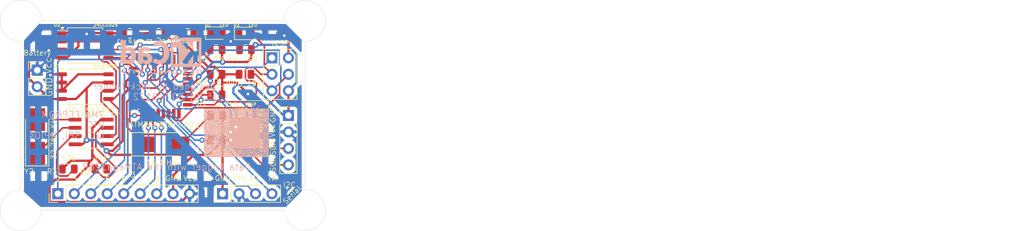
<source format=kicad_pcb>
(kicad_pcb (version 20240108) (generator "pcbnew") (generator_version "8.0")
  (title_block (title "${Project_Name}") (date "2024-12-30") (rev "1") (comment 1 "2-Layer PCB Version") (comment 2 "Jack Tanner"))
  (layers (0 "F.Cu" mixed) (31 "B.Cu" mixed) (34 "B.Paste" user) (35 "F.Paste" user) (36 "B.SilkS" user "B.Silkscreen") (37 "F.SilkS" user "F.Silkscreen") (38 "B.Mask" user) (39 "F.Mask" user) (44 "Edge.Cuts" user))
  (property "Project_Name" "MCU Datalogger with Memory and Clock")
  (property "Project_Name2" "Breadboard Power Supply")
  (net 0 "")
  (net 1 "GND")
  (net 2 "/Vcc")
  (net 3 "Net-(U4-PB7)")
  (net 4 "Net-(U4-PB6)")
  (net 5 "Net-(U4-AREF)")
  (net 6 "Net-(D1-K)")
  (net 7 "/SCK")
  (net 8 "Net-(D2-K)")
  (net 9 "/SDA")
  (net 10 "/TX")
  (net 11 "/RX")
  (net 12 "/D2")
  (net 13 "/D8")
  (net 14 "/D6")
  (net 15 "/D5")
  (net 16 "/D4")
  (net 17 "/D7")
  (net 18 "/D3")
  (net 19 "/MOSI")
  (net 20 "/RESET")
  (net 21 "/MISO")
  (net 22 "Net-(U3-SQW{slash}~INT)")
  (net 23 "Net-(U3-~{INTA})")
  (net 24 "Net-(U3-X1)")
  (net 25 "Net-(U3-X2)")
  (net 35 "/SCL")
  (footprint "MountingHole:MountingHole_2.1mm" (layer "F.Cu") (at 62.07 116.18)
    (property "Reference" "H3" (hide yes))
    (property "Value" "MountingHole" (hide yes))
  )
  (footprint "MountingHole:MountingHole_2.1mm" (layer "F.Cu") (at 105.885 86.97)
    (property "Reference" "H1" (hide yes))
    (property "Value" "MountingHole" (hide yes))
  )
  (footprint "Connector_PinHeader_2.54mm:PinHeader_1x04_P2.54mm_Vertical" (layer "F.Cu") (at 93.185 113.64 90)
    (property "Reference" "J2" (hide yes))
    (property "Value" "Conn_01x04_Pin" (hide yes))
  )
  (footprint "Capacitor_SMD:C_0805_2012Metric" (layer "F.Cu") (at 92.235 101.575 180)
    (property "Reference" "C2")
    (property "Value" "22pF")
  )
  (footprint "Package_SO:SOIC-8_5.23x5.23mm_P1.27mm" (layer "F.Cu") (at 71.99 97.13)
    (property "Reference" "U1")
    (property "Value" "24LC1025")
  )
  (footprint "Connector_PinHeader_2.54mm:PinHeader_2x03_P2.54mm_Vertical" (layer "F.Cu") (at 100.805 92.685)
    (property "Reference" "J4" (hide yes))
    (property "Value" "Conn_02x03_Odd_Even" (hide yes))
  )
  (footprint "Connector_PinHeader_2.54mm:PinHeader_1x02_P2.54mm_Vertical" (layer "F.Cu") (at 64.61 94.59)
    (property "Reference" "BT1" (hide yes))
    (property "Value" "Battery")
  )
  (footprint "Connector_PinHeader_2.54mm:PinHeader_1x04_P2.54mm_Vertical" (layer "F.Cu") (at 103.345 101.575)
    (property "Reference" "J1" (hide yes))
    (property "Value" "Conn_01x04_Pin" (hide yes))
  )
  (footprint "Resistor_SMD:R_0805_2012Metric" (layer "F.Cu") (at 92.1925 91.415)
    (property "Reference" "R5")
    (property "Value" "330")
  )
  (footprint "Package_SO:SOIC-8_5.23x5.23mm_P1.27mm" (layer "F.Cu") (at 71.99 90.78)
    (property "Reference" "U2")
    (property "Value" "24LC1025")
  )
  (footprint "Capacitor_SMD:C_0805_2012Metric" (layer "F.Cu") (at 92.235 105.385 180)
    (property "Reference" "C4")
    (property "Value" "0.1uF")
  )
  (footprint "Resistor_SMD:R_0805_2012Metric" (layer "F.Cu") (at 69.4125 109.83)
    (property "Reference" "R3")
    (property "Value" "10k")
  )
  (footprint "Connector_PinHeader_2.54mm:PinHeader_1x09_P2.54mm_Vertical" (layer "F.Cu") (at 67.785 113.64 90)
    (property "Reference" "J3")
    (property "Value" "Conn_01x09_Pin" (hide yes))
  )
  (footprint "Crystal:Crystal_SMD_5032-2Pin_5.0x3.2mm_HandSoldering" (layer "F.Cu") (at 64.61 104.81 90)
    (property "Reference" "Y2")
    (property "Value" "32.768 KHz")
  )
  (footprint "Capacitor_SMD:C_0805_2012Metric" (layer "F.Cu") (at 78.895 88.9)
    (property "Reference" "C1")
    (property "Value" "0.1uF")
  )
  (footprint "Resistor_SMD:R_0805_2012Metric" (layer "F.Cu") (at 74.4125 109.83 180)
    (property "Reference" "R2")
    (property "Value" "10k")
  )
  (footprint "Resistor_SMD:R_0805_2012Metric" (layer "F.Cu") (at 92.1925 98.4)
    (property "Reference" "R7")
    (property "Value" "4.7k")
  )
  (footprint "MountingHole:MountingHole_2.1mm" (layer "F.Cu") (at 105.885 116.18)
    (property "Reference" "H4" (hide yes))
    (property "Value" "MountingHole" (hide yes))
  )
  (footprint "Resistor_SMD:R_0805_2012Metric" (layer "F.Cu") (at 92.21 95.225 180)
    (property "Reference" "R1")
    (property "Value" "4.7k")
  )
  (footprint "Resistor_SMD:R_0805_2012Metric" (layer "F.Cu") (at 96.7175 91.415)
    (property "Reference" "R4")
    (property "Value" "330")
  )
  (footprint "MountingHole:MountingHole_2.1mm" (layer "F.Cu") (at 62.07 86.97)
    (property "Reference" "H2" (hide yes))
    (property "Value" "MountingHole" (hide yes))
  )
  (footprint "Resistor_SMD:R_0805_2012Metric" (layer "F.Cu") (at 96.6425 95.225)
    (property "Reference" "R6")
    (property "Value" "10k")
  )
  (footprint "Capacitor_SMD:C_0805_2012Metric" (layer "F.Cu") (at 87.785 88.9)
    (property "Reference" "C6")
    (property "Value" "100nF")
  )
  (footprint "Footprints:SOIC127P600X175-8N" (layer "F.Cu") (at 72.93 104.115)
    (property "Reference" "U3")
    (property "Value" "DS1337S_")
  )
  (footprint "LED_SMD:LED_0805_2012Metric" (layer "F.Cu") (at 92.2475 88.875)
    (property "Reference" "D1")
    (property "Value" "LED")
  )
  (footprint "Footprints:QFP80P900X900X120-32N" (layer "F.Cu") (at 83.66 97.13)
    (property "Reference" "U4" (hide yes))
    (property "Value" "ATMEGA328P-AU")
  )
  (footprint "Capacitor_SMD:C_0805_2012Metric" (layer "F.Cu") (at 83.34 88.9)
    (property "Reference" "C3")
    (property "Value" "22pF")
  )
  (footprint "Crystal:Crystal_SMD_5032-2Pin_5.0x3.2mm_HandSoldering" (layer "F.Cu") (at 83.72 106.02)
    (property "Reference" "Y1" (hide yes))
    (property "Value" "16 MHz")
  )
  (footprint "LED_SMD:LED_0805_2012Metric" (layer "F.Cu") (at 96.6925 88.9258)
    (property "Reference" "D2")
    (property "Value" "LED")
  )
  (footprint "Jacks Library 2:PCBImage" (layer "B.Cu") (at 95.344 104.242 180)
    (property "Reference" "G***")
    (property "Value" "LOGO" (hide yes))
  )
  (footprint "Symbol:KiCad-Logo2_5mm_SilkScreen" (layer "B.Cu") (at 83.66 92.177 180)
    (property "Reference" "REF**" (hide yes))
    (property "Value" "KiCad-Logo2_5mm_SilkScreen" (hide yes))
  )
  (gr_rect (start 95.09 99.289) (end 100.297 103.099) (stroke (width 0.1)) (fill none) (layer "F.SilkS"))
  (gr_line (start 105.885 113.005) (end 105.885 90.145) (stroke (width 0.05)) (layer "Edge.Cuts"))
  (gr_arc (start 62.07 90.145) (mid 59.824936 84.724936) (end 65.245 86.97) (stroke (width 0.05)) (layer "Edge.Cuts"))
  (gr_line (start 65.245 116.18) (end 102.71 116.18) (stroke (width 0.05)) (layer "Edge.Cuts"))
  (gr_arc (start 105.885 113.005) (mid 108.130064 118.425064) (end 102.71 116.18) (stroke (width 0.05)) (layer "Edge.Cuts"))
  (gr_arc (start 65.245 116.18) (mid 59.824936 118.425064) (end 62.07 113.005) (stroke (width 0.05)) (layer "Edge.Cuts"))
  (gr_line (start 102.71 86.97) (end 65.245 86.97) (stroke (width 0.05)) (layer "Edge.Cuts"))
  (gr_line (start 62.07 90.145) (end 62.07 113.005) (stroke (width 0.05)) (layer "Edge.Cuts"))
  (gr_arc (start 102.71 86.97) (mid 108.130064 84.724936) (end 105.885 90.145) (stroke (width 0.05)) (layer "Edge.Cuts"))
  (gr_text "Data Logger with the ATMega328P" (at 97.63 110.084 0) (layer "B.SilkS") (effects (font (size 1 1) (thickness 0.1)) (justify left bottom mirror)))
  (gr_text "Designed by Jack Tanner\n(520) 307-5172" (at 92.296 99.289 0) (layer "B.SilkS") (effects (font (size 1 1) (thickness 0.1)) (justify left bottom mirror)))
  (gr_text "- 2Mb EEPROM\n- RTC\n- I2C, SPI, GPIOs" (at 77.056 105.258 0) (layer "B.SilkS") (effects (font (size 1 1) (thickness 0.1)) (justify left bottom mirror)))
  (gr_text "2" (at 67.404 111.862 0) (layer "F.SilkS") (effects (font (size 0.8 0.8) (thickness 0.1)) (justify left bottom)))
  (gr_text "GND" (at 91.915 111.735 0) (layer "F.SilkS") (effects (font (size 0.8 0.8) (thickness 0.1)) (justify left bottom)))
  (gr_text "SCK" (at 101.44 110.338 90) (layer "F.SilkS") (effects (font (size 0.8 0.8) (thickness 0.1)) (justify left bottom)))
  (gr_text "Vcc" (at 87.089 111.735 0) (layer "F.SilkS") (effects (font (size 0.8 0.8) (thickness 0.1)) (justify left bottom)))
  (gr_text "4" (at 72.357 111.862 0) (layer "F.SilkS") (effects (font (size 0.8 0.8) (thickness 0.1)) (justify left bottom)))
  (gr_text "Vcc" (at 101.313 105.004 90) (layer "F.SilkS") (effects (font (size 0.8 0.8) (thickness 0.1)) (justify left bottom)))
  (gr_text "Serial" (at 102.964 115.418 45) (layer "F.SilkS") (effects (font (size 0.8 0.8) (thickness 0.1)) (justify left bottom)))
  (gr_text "ICSP" (at 100.678 90.907 0) (layer "F.SilkS") (effects (font (size 0.8 0.8) (thickness 0.1)) (justify left bottom)))
  (gr_text "GND" (at 67.023 98.781 90) (layer "F.SilkS") (effects (font (size 1 1) (thickness 0.1)) (justify left bottom)))
  (gr_text "TX" (at 100.043 111.735 0) (layer "F.SilkS") (effects (font (size 0.8 0.8) (thickness 0.1)) (justify left bottom)))
  (gr_text "7" (at 80.104 111.862 0) (layer "F.SilkS") (effects (font (size 0.8 0.8) (thickness 0.1)) (justify left bottom)))
  (gr_text "I2C" (at 102.456 112.751 0) (layer "F.SilkS") (effects (font (size 0.8 0.8) (thickness 0.1)) (justify left bottom)))
  (gr_text "Vcc" (at 66.896 95.225 90) (layer "F.SilkS") (effects (font (size 1 1) (thickness 0.1)) (justify left bottom)))
  (gr_text "RX" (at 97.376 111.735 0) (layer "F.SilkS") (effects (font (size 0.8 0.8) (thickness 0.1)) (justify left bottom)))
  (gr_text "Vcc" (at 94.709 111.608 0) (layer "F.SilkS") (effects (font (size 0.8 0.8) (thickness 0.1)) (justify left bottom)))
  (gr_text "MISO | Vcc\nSCK  | MOSI\nRESET| GND" (at 95.217 102.591 0) (layer "F.SilkS") (effects (font (size 0.5 0.5) (thickness 0.1)) (justify left bottom)))
  (gr_text "GND" (at 101.44 102.718 90) (layer "F.SilkS") (effects (font (size 0.8 0.8) (thickness 0.1)) (justify left bottom)))
  (gr_text "SDA" (at 101.44 107.798 90) (layer "F.SilkS") (effects (font (size 0.8 0.8) (thickness 0.1)) (justify left bottom)))
  (gr_text "GND" (at 84.295 111.735 0) (layer "F.SilkS") (effects (font (size 0.8 0.8) (thickness 0.1)) (justify left bottom)))
  (gr_text "ICSP" (at 96.614 100.178 0) (layer "F.SilkS") (effects (font (size 0.5 0.5) (thickness 0.1)) (justify left bottom)))
  (gr_text "8" (at 82.644 111.862 0) (layer "F.SilkS") (effects (font (size 0.8 0.8) (thickness 0.1)) (justify left bottom)))
  (gr_text "3\n" (at 69.944 111.862 0) (layer "F.SilkS") (effects (font (size 0.8 0.8) (thickness 0.1)) (justify left bottom)))
  (gr_text "5" (at 75.024 111.862 0) (layer "F.SilkS") (effects (font (size 0.8 0.8) (thickness 0.1)) (justify left bottom)))
  (gr_text "6" (at 77.564 111.862 0) (layer "F.SilkS") (effects (font (size 0.8 0.8) (thickness 0.1)) (justify left bottom)))
  (segment (start 93.185 93.32) (end 91.510978 93.32) (width 0.35) (layer "F.Cu") (net 1))
  (segment (start 70.579 99.035) (end 68.39 99.035) (width 0.35) (layer "F.Cu") (net 1))
  (segment (start 93.185 113.64) (end 93.185 105.385) (width 0.35) (layer "F.Cu") (net 1))
  (segment (start 72.23 105.385) (end 72.23 97.384) (width 0.35) (layer "F.Cu") (net 1))
  (segment (start 89.375 89.54) (end 89.375 90.145) (width 0.35) (layer "F.Cu") (net 1))
  (segment (start 96.995 93.32) (end 97.63 92.685) (width 0.35) (layer "F.Cu") (net 1))
  (segment (start 85.565 110.82) (end 88.74 107.645) (width 0.35) (layer "F.Cu") (net 1))
  (segment (start 66.515 99.035) (end 68.39 99.035) (width 0.35) (layer "F.Cu") (net 1))
  (segment (start 98.273274 90.685) (end 98.273274 90.771726) (width 0.35) (layer "F.Cu") (net 1))
  (segment (start 75.289519 107.024481) (end 75.910038 107.645) (width 0.35) (layer "F.Cu") (net 1))
  (segment (start 78.326 96.321328) (end 78.326 97.138672) (width 0.35) (layer "F.Cu") (net 1))
  (segment (start 63.335 93.315) (end 63.965 92.685) (width 0.35) (layer "F.Cu") (net 1))
  (segment (start 91.510978 93.32) (end 89.375 91.184022) (width 0.35) (layer "F.Cu") (net 1))
  (segment (start 87.83 96.73) (end 88.602672 96.73) (width 0.35) (layer "F.Cu") (net 1))
  (segment (start 98.273274 90.771726) (end 97.63 91.415) (width 0.35) (layer "F.Cu") (net 1))
  (segment (start 72.23 97.384) (end 70.579 99.035) (width 0.35) (layer "F.Cu") (net 1))
  (segment (start 68.39 92.685) (end 69.189999 92.685) (width 0.35) (layer "F.Cu") (net 1))
  (segment (start 64.61 97.13) (end 63.335 95.855) (width 0.35) (layer "F.Cu") (net 1))
  (segment (start 93.105 93.24) (end 93.185 93.32) (width 0.35) (layer "F.Cu") (net 1))
  (segment (start 89.375 91.184022) (end 89.375 90.145) (width 0.35) (layer "F.Cu") (net 1))
  (segment (start 78.717328 97.53) (end 77.765 98.482328) (width 0.35) (layer "F.Cu") (net 1))
  (segment (start 75.59 90.145) (end 78.6 90.145) (width 0.35) (layer "F.Cu") (net 1))
  (segment (start 63.335 95.855) (end 63.335 93.315) (width 0.35) (layer "F.Cu") (net 1))
  (segment (start 85.565 113.64) (end 85.565 110.82) (width 0.35) (layer "F.Cu") (net 1))
  (segment (start 97.63 91.415) (end 97.63 92.685) (width 0.35) (layer "F.Cu") (net 1))
  (segment (start 93.105 91.415) (end 93.105 93.24) (width 0.35) (layer "F.Cu") (net 1))
  (segment (start 93.185 101.575) (end 93.185 105.385) (width 0.35) (layer "F.Cu") (net 1))
  (segment (start 93.185 93.32) (end 96.995 93.32) (width 0.35) (layer "F.Cu") (net 1))
  (segment (start 75.59 96.495) (end 73.119 96.495) (width 0.35) (layer "F.Cu") (net 1))
  (segment (start 90.925 107.645) (end 93.185 105.385) (width 0.35) (layer "F.Cu") (net 1))
  (segment (start 88.602672 96.73) (end 89.502 95.830672) (width 0.35) (layer "F.Cu") (net 1))
  (segment (start 70.96 90.914999) (end 70.96 90.145) (width 0.35) (layer "F.Cu") (net 1))
  (segment (start 89.502 95.830672) (end 89.502 95.606) (width 0.35) (layer "F.Cu") (net 1))
  (segment (start 68.39 90.145) (end 70.96 90.145) (width 0.35) (layer "F.Cu") (net 1))
  (segment (start 70.455 106.02) (end 71.595 106.02) (width 0.35) (layer "F.Cu") (net 1))
  (segment (start 103.345 97.765) (end 103.345 101.575) (width 0.35) (layer "F.Cu") (net 1))
  (segment (start 77.765 105.499884) (end 76.240403 107.024481) (width 0.35) (layer "F.Cu") (net 1))
  (segment (start 69.189999 92.685) (end 70.96 90.914999) (width 0.35) (layer "F.Cu") (net 1))
  (segment (start 75.910038 107.645) (end 88.74 107.645) (width 0.35) (layer "F.Cu") (net 1))
  (segment (start 63.965 92.685) (end 68.39 92.685) (width 0.35) (layer "F.Cu") (net 1))
  (segment (start 64.61 97.13) (end 66.515 99.035) (width 0.35) (layer "F.Cu") (net 1))
  (segment (start 78.326 97.138672) (end 78.717328 97.53) (width 0.35) (layer "F.Cu") (net 1))
  (segment (start 70.96 90.145) (end 75.59 90.145) (width 0.35) (layer "F.Cu") (net 1))
  (segment (start 79.845 88.9) (end 82.39 88.9) (width 0.35) (layer "F.Cu") (net 1))
  (segment (start 78.6 90.145) (end 79.845 88.9) (width 0.35) (layer "F.Cu") (net 1))
  (segment (start 78.717328 95.93) (end 78.326 96.321328) (width 0.35) (layer "F.Cu") (net 1))
  (segment (start 88.74 107.645) (end 90.925 107.645) (width 0.35) (layer "F.Cu") (net 1))
  (segment (start 93.185 105.385) (end 94.455 105.385) (width 0.35) (layer "F.Cu") (net 1))
  (segment (start 79.49 95.93) (end 78.717328 95.93) (width 0.35) (layer "F.Cu") (net 1))
  (segment (start 78.717328 97.53) (end 79.49 97.53) (width 0.35) (layer "F.Cu") (net 1))
  (segment (start 76.240403 107.024481) (end 75.289519 107.024481) (width 0.35) (layer "F.Cu") (net 1))
  (segment (start 71.595 106.02) (end 72.23 105.385) (width 0.35) (layer "F.Cu") (net 1))
  (segment (start 88.735 88.9) (end 89.375 89.54) (width 0.35) (layer "F.Cu") (net 1))
  (segment (start 73.119 96.495) (end 72.23 97.384) (width 0.35) (layer "F.Cu") (net 1))
  (segment (start 77.765 98.482328) (end 77.765 105.499884) (width 0.35) (layer "F.Cu") (net 1))
  (via (at 89.502 95.606) (size 0.9) (drill 0.4) (layers "F.Cu" "B.Cu") (net 1))
  (via (at 98.273274 90.685) (size 0.9) (drill 0.4) (layers "F.Cu" "B.Cu") (net 1))
  (via (at 94.455 105.385) (size 0.9) (drill 0.4) (layers "F.Cu" "B.Cu") (net 1))
  (via (at 93.185 93.32) (size 0.9) (drill 0.4) (layers "F.Cu" "B.Cu") (net 1))
  (via (at 72.23 105.385) (size 0.9) (drill 0.4) (layers "F.Cu" "B.Cu") (net 1))
  (via (at 75.289519 107.024481) (size 0.9) (drill 0.4) (layers "F.Cu" "B.Cu") (net 1))
  (segment (start 104.62 96.49) (end 104.62 92.156877) (width 0.35) (layer "B.Cu") (net 1))
  (segment (start 104.62 92.156877) (end 103.148123 90.685) (width 0.35) (layer "B.Cu") (net 1))
  (segment (start 97.898 96.89) (end 102.583 101.575) (width 0.35) (layer "B.Cu") (net 1))
  (segment (start 103.345 97.765) (end 104.62 96.49) (width 0.35) (layer "B.Cu") (net 1))
  (segment (start 73.627 105.385) (end 72.23 105.385) (width 0.35) (layer "B.Cu") (net 1))
  (segment (start 75.278 107.036) (end 73.627 105.385) (width 0.35) (layer "B.Cu") (net 1))
  (segment (start 91.788 93.32) (end 93.185 93.32) (width 0.35) (layer "B.Cu") (net 1))
  (segment (start 102.583 101.575) (end 103.345 101.575) (width 0.35) (layer "B.Cu") (net 1))
  (segment (start 96.995 102.845) (end 96.995 100.272437) (width 0.35) (layer "B.Cu") (net 1))
  (segment (start 95.362563 96.89) (end 97.898 96.89) (width 0.35) (layer "B.Cu") (net 1))
  (segment (start 94.85 97.402563) (end 95.362563 96.89) (width 0.35) (layer "B.Cu") (net 1))
  (segment (start 94.85 98.127437) (end 94.85 97.402563) (width 0.35) (layer "B.Cu") (net 1))
  (segment (start 96.995 100.272437) (end 94.85 98.127437) (width 0.35) (layer "B.Cu") (net 1))
  (segment (start 94.455 105.385) (end 96.995 102.845) (width 0.35) (layer "B.Cu") (net 1))
  (segment (start 75.289519 107.024481) (end 75.278 107.036) (width 0.35) (layer "B.Cu") (net 1))
  (segment (start 103.148123 90.685) (end 98.273274 90.685) (width 0.35) (layer "B.Cu") (net 1))
  (segment (start 89.502 95.606) (end 91.788 93.32) (width 0.35) (layer "B.Cu") (net 1))
  (segment (start 75.43 88.9) (end 77.945 88.9) (width 0.35) (layer "F.Cu") (net 2))
  (segment (start 73.105 106.784508) (end 73.105 103.525) (width 0.35) (layer "F.Cu") (net 2))
  (segment (start 86.835 99.035) (end 87.925 99.035) (width 0.35) (layer "F.Cu") (net 2))
  (segment (start 95.73 95.225) (end 93.1225 95.225) (width 0.35) (layer "F.Cu") (net 2))
  (segment (start 68.39 95.225) (end 66.769 95.225) (width 0.35) (layer "F.Cu") (net 2))
  (segment (start 68.39 95.225) (end 68.39 96.495) (width 0.35) (layer "F.Cu") (net 2))
  (segment (start 73.105 108.32) (end 73.105 106.784508) (width 0.35) (layer "F.Cu") (net 2))
  (segment (start 66.51 112.375) (end 67.43 111.455) (width 0.35) (layer "F.Cu") (net 2))
  (segment (start 67.590001 88.875) (end 67.165 89.300001) (width 0.35) (layer "F.Cu") (net 2))
  (segment (start 93.1225 98.3825) (end 93.105 98.4) (width 0.35) (layer "F.Cu") (net 2))
  (segment (start 93.1225 95.225) (end 91.970052 94.072552) (width 0.35) (layer "F.Cu") (net 2))
  (segment (start 72.103 88.875) (end 72.23 89.002) (width 0.35) (layer "F.Cu") (net 2))
  (segment (start 92.042 87.732) (end 88.003 87.732) (width 0.35) (layer "F.Cu") (net 2))
  (segment (start 68.39 96.495) (end 68.39 97.735) (width 0.35) (layer "F.Cu") (net 2))
  (segment (start 75.59 88.875) (end 75.405 88.875) (width 0.35) (layer "F.Cu") (net 2))
  (segment (start 75.405 88.875) (end 75.43 88.9) (width 0.35) (layer "F.Cu") (net 2))
  (segment (start 73.105 107.61) (end 73.105 106.784508) (width 0.35) (layer "F.Cu") (net 2))
  (segment (start 68.39 88.875) (end 72.103 88.875) (width 0.35) (layer "F.Cu") (net 2))
  (segment (start 75.59 88.875) (end 72.357 88.875) (width 0.35) (layer "F.Cu") (net 2))
  (segment (start 87.925 99.035) (end 87.83 99.13) (width 0.25) (layer "F.Cu") (net 2))
  (segment (start 88.003 87.732) (end 86.835 88.9) (width 0.35) (layer "F.Cu") (net 2))
  (segment (start 87.83 99.13) (end 88.645 99.13) (width 0.25) (layer "F.Cu") (net 2))
  (segment (start 75.325 109.83) (end 73.105 107.61) (width 0.35) (layer "F.Cu") (net 2))
  (segment (start 88.105 113.64) (end 86.83 114.915) (width 0.35) (layer "F.Cu") (net 2))
  (segment (start 86.835 99.035) (end 86.2 98.4) (width 0.35) (layer "F.Cu") (net 2))
  (segment (start 73.105 108.32) (end 72.865 108.56) (width 0.35) (layer "F.Cu") (net 2))
  (segment (start 72.5625 108.8625) (end 72.865 108.56) (width 0.35) (layer "F.Cu") (net 2))
  (segment (start 66.940001 90.989999) (end 66.388 91.542) (width 0.35) (layer "F.Cu") (net 2))
  (segment (start 90.555 97.22) (end 91.580305 97.22) (width 0.35) (layer "F.Cu") (net 2))
  (segment (start 67.165 90.989999) (end 66.940001 90.989999) (width 0.35) (layer "F.Cu") (net 2))
  (segment (start 68.39 97.735) (end 68.405 97.75) (width 0.35) (layer "F.Cu") (net 2))
  (segment (start 66.769 95.225) (end 66.642 95.352) (width 0.35) (layer "F.Cu") (net 2))
  (segment (start 68.39 97.765) (end 68.405 97.75) (width 0.35) (layer "F.Cu") (net 2))
  (segment (start 88.645 99.13) (end 90.555 97.22) (width 0.35) (layer "F.Cu") (net 2))
  (segment (start 82.935 97.347) (end 80.982355 97.347) (width 0.25) (layer "F.Cu") (net 2))
  (segment (start 84.295 95.987) (end 82.935 97.347) (width 0.25) (layer "F.Cu") (net 2))
  (segment (start 102.71 89.256) (end 103.345 89.891) (width 0.35) (layer "F.Cu") (net 2))
  (segment (start 70.93 95.225) (end 75.59 95.225) (width 0.35) (layer "F.Cu") (net 2))
  (segment (start 73.105 103.525) (end 74.42 102.21) (width 0.35) (layer "F.Cu") (net 2))
  (segment (start 93.185 88.875) (end 94.455 90.145) (width 0.35) (layer "F.Cu") (net 2))
  (segment (start 93.1225 95.225) (end 93.1225 96.495) (width 0.35) (layer "F.Cu") (net 2))
  (segment (start 72.5625 109.266522) (end 72.5625 108.8625) (width 0.35) (layer "F.Cu") (net 2))
  (segment (start 68.5 109.83) (end 69.77 108.56) (width 0.35) (layer "F.Cu") (net 2))
  (segment (start 93.1225 96.495) (end 93.1225 97.13) (width 0.35) (layer "F.Cu") (net 2))
  (segment (start 90.9625 94.072552) (end 86.835 89.945052) (width 0.35) (layer "F.Cu") (net 2))
  (segment (start 93.1225 97.13) (end 93.1225 98.3825) (width 0.35) (layer "F.Cu") (net 2))
  (segment (start 92.135 96.2125) (end 93.1225 95.225) (width 0.35) (layer "F.Cu") (net 2))
  (segment (start 74.42 102.21) (end 75.405 102.21) (width 0.35) (layer "F.Cu") (net 2))
  (segment (start 86.835 89.945052) (end 86.835 88.9) (width 0.35) (layer "F.Cu") (net 2))
  (segment (start 86.83 114.915) (end 66.51 114.915) (width 0.35) (layer "F.Cu") (net 2))
  (segment (start 67.43 111.455) (end 70.374022 111.455) (width 0.35) (layer "F.Cu") (net 2))
  (segment (start 69.77 108.56) (end 72.865 108.56) (width 0.35) (layer "F.Cu") (net 2))
  (segment (start 92.135 96.665305) (end 92.135 96.2125) (width 0.35) (layer "F.Cu") (net 2))
  (segment (start 67.165 89.300001) (end 67.165 90.989999) (width 0.35) (layer "F.Cu") (net 2))
  (segment (start 72.357 88.875) (end 72.23 89.002) (width 0.35) (layer "F.Cu") (net 2))
  (segment (start 95.344 96.495) (end 93.1225 96.495) (width 0.35) (layer "F.Cu") (net 2))
  (segment (start 93.185 88.875) (end 92.042 87.732) (width 0.35) (layer "F.Cu") (net 2))
  (segment (start 103.345 89.891) (end 103.345 92.685) (width 0.35) (layer "F.Cu") (net 2))
  (segment (start 68.39 88.875) (end 67.590001 88.875) (width 0.35) (layer "F.Cu") (net 2))
  (segment (start 97.110136 98.261136) (end 95.344 96.495) (width 0.35) (layer "F.Cu") (net 2))
  (segment (start 80.365355 96.73) (end 79.49 96.73) (width 0.25) (layer "F.Cu") (net 2))
  (segment (start 80.982355 97.347) (end 80.365355 96.73) (width 0.25) (layer "F.Cu") (net 2))
  (segment (start 70.374022 111.455) (end 72.5625 109.266522) (width 0.35) (layer "F.Cu") (net 2))
  (segment (start 68.405 97.75) (end 70.93 95.225) (width 0.35) (layer "F.Cu") (net 2))
  (segment (start 91.580305 97.22) (end 92.135 96.665305) (width 0.35) (layer "F.Cu") (net 2))
  (segment (start 66.51 114.915) (end 66.51 112.375) (width 0.35) (layer "F.Cu") (net 2))
  (segment (start 91.970052 94.072552) (end 90.9625 94.072552) (width 0.35) (layer "F.Cu") (net 2))
  (segment (start 67.590001 91.415) (end 68.39 91.415) (width 0.35) (layer "F.Cu") (net 2))
  (segment (start 67.165 90.989999) (end 67.590001 91.415) (width 0.35) (layer "F.Cu") (net 2))
  (via (at 102.71 89.256) (size 0.9) (drill 0.4) (layers "F.Cu" "B.Cu") (net 2))
  (via (at 97.110136 98.261136) (size 0.9) (drill 0.4) (layers "F.Cu" "B.Cu") (net 2))
  (via (at 86.2 98.4) (size 0.8) (drill 0.4) (layers "F.Cu" "B.Cu") (net 2))
  (via (at 72.23 89.002) (size 0.9) (drill 0.4) (layers "F.Cu" "B.Cu") (net 2))
  (via (at 66.388 91.542) (size 0.9) (drill 0.4) (layers "F.Cu" "B.Cu") (net 2))
  (via (at 94.455 90.145) (size 0.9) (drill 0.4) (layers "F.Cu" "B.Cu") (net 2))
  (via (at 66.642 95.352) (size 0.9) (drill 0.4) (layers "F.Cu" "B.Cu") (net 2))
  (via (at 84.295 95.987) (size 0.8) (drill 0.4) (layers "F.Cu" "B.Cu") (net 2))
  (segment (start 104.62 111.69) (end 104.62 105.39) (width 0.35) (layer "B.Cu") (net 2))
  (segment (start 97 114.915) (end 101.395 114.915) (width 0.35) (layer "B.Cu") (net 2))
  (segment (start 84.295 95.352) (end 84.613 95.034) (width 0.35) (layer "B.Cu") (net 2))
  (segment (start 86.2 98.4) (end 84.191362 96.391362) (width 0.35) (layer "B.Cu") (net 2))
  (segment (start 84.613 95.034) (end 84.613 93.534727) (width 0.35) (layer "B.Cu") (net 2))
  (segment (start 83.218273 92.14) (end 67.24 92.14) (width 0.35) (layer "B.Cu") (net 2))
  (segment (start 104.62 105.39) (end 103.345 104.115) (width 0.35) (layer "B.Cu") (net 2))
  (segment (start 97.110136 98.261136) (end 97.110136 99.150136) (width 0.35) (layer "B.Cu") (net 2))
  (segment (start 84.191362 96.090638) (end 84.295 95.987) (width 0.25) (layer "B.Cu") (net 2))
  (segment (start 64.61 94.59) (end 67.15 92.05) (width 0.35) (layer "B.Cu") (net 2))
  (segment (start 102.075 104.115) (end 103.345 104.115) (width 0.35) (layer "B.Cu") (net 2))
  (segment (start 101.395 114.915) (end 104.62 111.69) (width 0.35) (layer "B.Cu") (net 2))
  (segment (start 95.725 113.64) (end 97 114.915) (width 0.35) (layer "B.Cu") (net 2))
  (segment (start 84.613 93.534727) (end 83.218273 92.14) (width 0.35) (layer "B.Cu") (net 2))
  (segment (start 84.191362 96.391362) (end 84.191362 96.090638) (width 0.25) (layer "B.Cu") (net 2))
  (segment (start 84.295 95.987) (end 84.295 95.352) (width 0.35) (layer "B.Cu") (net 2))
  (segment (start 67.15 92.05) (end 67.24 92.14) (width 0.25) (layer "B.Cu") (net 2))
  (segment (start 97.110136 99.150136) (end 102.075 104.115) (width 0.35) (layer "B.Cu") (net 2))
  (segment (start 86.32 106.02) (end 84.795 104.495) (width 0.25) (layer "F.Cu") (net 3))
  (segment (start 84.795 104.495) (end 80.865 104.495) (width 0.25) (layer "F.Cu") (net 3))
  (segment (start 80.865 104.495) (end 78.88 102.51) (width 0.25) (layer "F.Cu") (net 3))
  (segment (start 78.88 100.54) (end 79.49 99.93) (width 0.25) (layer "F.Cu") (net 3))
  (segment (start 91.285 101.575) (end 86.84 106.02) (width 0.25) (layer "F.Cu") (net 3))
  (segment (start 86.84 106.02) (end 86.32 106.02) (width 0.25) (layer "F.Cu") (net 3))
  (segment (start 78.88 102.51) (end 78.88 100.54) (width 0.25) (layer "F.Cu") (net 3))
  (segment (start 85.462891 90.072891) (end 84.29 88.9) (width 0.25) (layer "F.Cu") (net 4))
  (segment (start 86.2 95.352) (end 82.422 99.13) (width 0.25) (layer "F.Cu") (net 4))
  (segment (start 86.454 94.844) (end 86.2 95.352) (width 0.25) (layer "F.Cu") (net 4))
  (segment (start 85.637109 90.072891) (end 85.462891 90.072891) (width 0.25) (layer "F.Cu") (net 4))
  (segment (start 82.422 99.13) (end 79.49 99.13) (width 0.25) (layer "F.Cu") (net 4))
  (segment (start 78.43 99.455) (end 78.755 99.13) (width 0.25) (layer "F.Cu") (net 4))
  (segment (start 78.755 99.13) (end 79.49 99.13) (width 0.25) (layer "F.Cu") (net 4))
  (segment (start 81.12 106.02) (end 78.43 103.33) (width 0.25) (layer "F.Cu") (net 4))
  (segment (start 78.43 103.33) (end 78.43 99.455) (width 0.25) (layer "F.Cu") (net 4))
  (via (at 85.637109 90.072891) (size 0.8) (drill 0.4) (layers "F.Cu" "B.Cu") (net 4))
  (via (at 86.454 94.844) (size 0.8) (drill 0.4) (layers "F.Cu" "B.Cu") (net 4))
  (segment (start 86.454 94.844) (end 86.2 90.635782) (width 0.25) (layer "B.Cu") (net 4))
  (segment (start 86.2 90.635782) (end 85.637109 90.072891) (width 0.25) (layer "B.Cu") (net 4))
  (segment (start 91.285 105.385) (end 90.01 105.385) (width 0.25) (layer "F.Cu") (net 5))
  (segment (start 83.406 99.289) (end 85.165 97.53) (width 0.25) (layer "F.Cu") (net 5))
  (segment (start 85.165 97.53) (end 87.83 97.53) (width 0.25) (layer "F.Cu") (net 5))
  (via (at 83.406 99.289) (size 0.8) (drill 0.4) (layers "F.Cu" "B.Cu") (net 5))
  (via (at 90.01 105.385) (size 0.8) (drill 0.4) (layers "F.Cu" "B.Cu") (net 5))
  (segment (start 83.406 99.289) (end 83.406 99.922604) (width 0.25) (layer "B.Cu") (net 5))
  (segment (start 88.868396 105.385) (end 90.01 105.385) (width 0.25) (layer "B.Cu") (net 5))
  (segment (start 83.406 99.922604) (end 88.868396 105.385) (width 0.25) (layer "B.Cu") (net 5))
  (segment (start 91.28 90.78) (end 91.31 90.75) (width 0.25) (layer "F.Cu") (net 6))
  (segment (start 91.28 91.415) (end 91.28 90.78) (width 0.25) (layer "F.Cu") (net 6))
  (segment (start 91.31 90.75) (end 91.31 88.875) (width 0.25) (layer "F.Cu") (net 6))
  (segment (start 99.63 90.875) (end 99.63 94.05) (width 0.25) (layer "F.Cu") (net 7))
  (segment (start 98.392 98.146) (end 97.063 99.475) (width 0.25) (layer "F.Cu") (net 7))
  (segment (start 97.0474 94.2) (end 96.7175 94.5299) (width 0.25) (layer "F.Cu") (net 7))
  (segment (start 97.0474 96.25) (end 98.0626 96.25) (width 0.25) (layer "F.Cu") (net 7))
  (segment (start 100.805 95.225) (end 99.0876 95.225) (width 0.25) (layer "F.Cu") (net 7))
  (segment (start 99.0876 95.225) (end 98.0626 94.2) (width 0.25) (layer "F.Cu") (net 7))
  (segment (start 99.63 90.875) (end 97.6808 88.9258) (width 0.25) (layer "F.Cu") (net 7))
  (segment (start 91.9 99.93) (end 87.83 99.93) (width 0.25) (layer "F.Cu") (net 7))
  (segment (start 98.0626 96.25) (end 98.392 96.5794) (width 0.25) (layer "F.Cu") (net 7))
  (segment (start 99.63 94.05) (end 100.805 95.225) (width 0.25) (layer "F.Cu") (net 7))
  (segment (start 96.7175 95.9201) (end 97.0474 96.25) (width 0.25) (layer "F.Cu") (net 7))
  (segment (start 98.392 96.5794) (end 98.392 98.146) (width 0.25) (layer "F.Cu") (net 7))
  (segment (start 98.0626 94.2) (end 97.0474 94.2) (width 0.25) (layer "F.Cu") (net 7))
  (segment (start 97.063 99.475) (end 92.355 99.475) (width 0.25) (layer "F.Cu") (net 7))
  (segment (start 92.355 99.475) (end 91.9 99.93) (width 0.25) (layer "F.Cu") (net 7))
  (segment (start 97.6808 88.9258) (end 97.63 88.9258) (width 0.25) (layer "F.Cu") (net 7))
  (segment (start 96.7175 94.5299) (end 96.7175 95.9201) (width 0.25) (layer "F.Cu") (net 7))
  (segment (start 95.805 91.415) (end 95.805 88.925) (width 0.25) (layer "F.Cu") (net 8))
  (segment (start 95.805 88.925) (end 95.755 88.875) (width 0.25) (layer "F.Cu") (net 8))
  (segment (start 78.49 92.685) (end 80.485 90.69) (width 0.25) (layer "F.Cu") (net 9))
  (segment (start 76.04 106.02) (end 77.215 104.845) (width 0.25) (layer "F.Cu") (net 9))
  (segment (start 77.31 98.114999) (end 77.31 94.405) (width 0.25) (layer "F.Cu") (net 9))
  (segment (start 91.2975 95.225) (end 91.2165 95.225) (width 0.25) (layer "F.Cu") (net 9))
  (segment (start 76.389999 99.035) (end 77.31 98.114999) (width 0.25) (layer "F.Cu") (net 9))
  (segment (start 91.2975 96.4775) (end 91.2975 95.225) (width 0.25) (layer "F.Cu") (net 9))
  (segment (start 84.86 92.225) (end 84.86 92.96) (width 0.25) (layer "F.Cu") (net 9))
  (segment (start 95.217 103.353) (end 95.217 104.343877) (width 0.25) (layer "F.Cu") (net 9))
  (segment (start 91.2165 95.225) (end 87.8915 91.9) (width 0.25) (layer "F.Cu") (net 9))
  (segment (start 97.528123 106.655) (end 103.345 106.655) (width 0.25) (layer "F.Cu") (net 9))
  (segment (start 84.93 92.89) (end 84.86 92.96) (width 0.25) (layer "F.Cu") (net 9))
  (segment (start 87.8915 91.9) (end 85.185 91.9) (width 0.25) (layer "F.Cu") (net 9))
  (segment (start 75.59 92.685) (end 78.49 92.685) (width 0.25) (layer "F.Cu") (net 9))
  (segment (start 85.185 91.9) (end 84.86 92.225) (width 0.25) (layer "F.Cu") (net 9))
  (segment (start 75.405 106.02) (end 76.04 106.02) (width 0.25) (layer "F.Cu") (net 9))
  (segment (start 77.215 100.66) (end 75.59 99.035) (width 0.25) (layer "F.Cu") (net 9))
  (segment (start 95.217 104.343877) (end 97.528123 106.655) (width 0.25) (layer "F.Cu") (net 9))
  (segment (start 91.2975 96.241) (end 91.2975 96.4775) (width 0.25) (layer "F.Cu") (net 9))
  (segment (start 84.93 90.78) (end 84.93 92.89) (width 0.25) (layer "F.Cu") (net 9))
  (segment (start 77.31 94.405) (end 75.59 92.685) (width 0.25) (layer "F.Cu") (net 9))
  (segment (start 77.215 104.845) (end 77.215 100.66) (width 0.25) (layer "F.Cu") (net 9))
  (segment (start 75.59 99.035) (end 76.389999 99.035) (width 0.25) (layer "F.Cu") (net 9))
  (via (at 80.485 90.69) (size 0.8) (drill 0.4) (layers "F.Cu" "B.Cu") (net 9))
  (via (at 95.217 103.353) (size 0.8) (drill 0.4) (layers "F.Cu" "B.Cu") (net 9))
  (via (at 91.2975 96.241) (size 0.8) (drill 0.4) (layers "F.Cu" "B.Cu") (net 9))
  (via (at 84.93 90.78) (size 0.8) (drill 0.4) (layers "F.Cu" "B.Cu") (net 9))
  (segment (start 91.2975 97.0205) (end 91.2975 96.241) (width 0.25) (layer "B.Cu") (net 9))
  (segment (start 95.217 103.353) (end 95.344 101.067) (width 0.25) (layer "B.Cu") (net 9))
  (segment (start 80.485 90.69) (end 84.84 90.69) (width 0.25) (layer "B.Cu") (net 9))
  (segment (start 84.84 90.69) (end 84.93 90.78) (width 0.25) (layer "B.Cu") (net 9))
  (segment (start 95.344 101.067) (end 91.2975 97.0205) (width 0.25) (layer "B.Cu") (net 9))
  (segment (start 81.637743 94.566126) (end 81.637743 92.982257) (width 0.25) (layer "F.Cu") (net 10))
  (segment (start 81.637743 92.982257) (end 81.66 92.96) (width 0.25) (layer "F.Cu") (net 10))
  (via (at 81.637743 94.566126) (size 0.8) (drill 0.4) (layers "F.Cu" "B.Cu") (net 10))
  (segment (start 81.637743 94.566126) (end 81.637743 95.860438) (width 0.25) (layer "B.Cu") (net 10))
  (segment (start 88.742792 104.623) (end 91.788 104.623) (width 0.25) (layer "B.Cu") (net 10))
  (segment (start 81.637743 95.860438) (end 84.168 98.390695) (width 0.25) (layer "B.Cu") (net 10))
  (segment (start 84.168 98.390695) (end 84.168 100.048208) (width 0.25) (layer "B.Cu") (net 10))
  (segment (start 91.788 104.623) (end 100.805 113.64) (width 0.25) (layer "B.Cu") (net 10))
  (segment (start 84.168 100.048208) (end 88.742792 104.623) (width 0.25) (layer "B.Cu") (net 10))
  (segment (start 81.247 96.495) (end 81.628 96.241) (width 0.25) (layer "F.Cu") (net 11))
  (segment (start 82.46 94.769174) (end 82.46 92.96) (width 0.25) (layer "F.Cu") (net 11))
  (segment (start 81.628 96.241) (end 81.628 95.601174) (width 0.25) (layer "F.Cu") (net 11))
  (segment (start 81.628 95.601174) (end 82.46 94.769174) (width 0.25) (layer "F.Cu") (net 11))
  (via (at 81.247 96.495) (size 0.8) (drill 0.4) (layers "F.Cu" "B.Cu") (net 11))
  (segment (start 97.04 112.415) (end 98.265 113.64) (width 0.25) (layer "B.Cu") (net 11))
  (segment (start 95.262 112.415) (end 97.04 112.415) (width 0.25) (layer "B.Cu") (net 11))
  (segment (start 81.247 96.495) (end 81.247 98.4) (width 0.25) (layer "B.Cu") (net 11))
  (segment (start 81.247 98.4) (end 95.262 112.415) (width 0.25) (layer "B.Cu") (net 11))
  (segment (start 80.825 95.24505) (end 80.825 92.995) (width 0.25) (layer "F.Cu") (net 12))
  (segment (start 80.825 92.995) (end 80.86 92.96) (width 0.25) (layer "F.Cu") (net 12))
  (via (at 80.825 95.24505) (size 0.8) (drill 0.4) (layers "F.Cu" "B.Cu") (net 12))
  (segment (start 68.166 92.939) (end 78.834 92.939) (width 0.25) (layer "B.Cu") (net 12))
  (segment (start 80.912743 95.017743) (end 80.912743 95.157307) (width 0.25) (layer "B.Cu") (net 12))
  (segment (start 80.912743 95.157307) (end 80.825 95.24505) (width 0.25) (layer "B.Cu") (net 12))
  (segment (start 67.785 93.32) (end 68.166 92.939) (width 0.25) (layer "B.Cu") (net 12))
  (segment (start 78.834 92.939) (end 80.912743 95.017743) (width 0.25) (layer "B.Cu") (net 12))
  (segment (start 67.785 113.64) (end 67.785 93.32) (width 0.25) (layer "B.Cu") (net 12))
  (segment (start 83.26 102.445) (end 83.26 101.3) (width 0.25) (layer "F.Cu") (net 13))
  (segment (start 83.755006 103.48) (end 83.755006 102.940006) (width 0.25) (layer "F.Cu") (net 13))
  (segment (start 83.755006 102.940006) (end 83.26 102.445) (width 0.25) (layer "F.Cu") (net 13))
  (via (at 83.755006 103.48) (size 0.8) (drill 0.4) (layers "F.Cu" "B.Cu") (net 13))
  (segment (start 83.755006 112.909994) (end 83.755006 103.48) (width 0.25) (layer "B.Cu") (net 13))
  (segment (start 83.025 113.64) (end 83.755006 112.909994) (width 0.25) (layer "B.Cu") (net 13))
  (segment (start 81.755 103.48) (end 81.755 101.395) (width 0.25) (layer "F.Cu") (net 14))
  (segment (start 81.755 101.395) (end 81.66 101.3) (width 0.25) (layer "F.Cu") (net 14))
  (via (at 81.755 103.48) (size 0.8) (drill 0.4) (layers "F.Cu" "B.Cu") (net 14))
  (segment (start 77.945 113.64) (end 81.755 109.83) (width 0.25) (layer "B.Cu") (net 14))
  (segment (start 81.755 109.83) (end 81.755 103.48) (width 0.25) (layer "B.Cu") (net 14))
  (segment (start 79.605 101.575) (end 80.585 101.575) (width 0.25) (layer "F.Cu") (net 15))
  (segment (start 80.585 101.575) (end 80.86 101.3) (width 0.25) (layer "F.Cu") (net 15))
  (via (at 79.605 101.575) (size 0.8) (drill 0.4) (layers "F.Cu" "B.Cu") (net 15))
  (segment (start 79.215 101.575) (end 79.605 101.575) (width 0.25) (layer "B.Cu") (net 15))
  (segment (start 78.58 102.21) (end 79.215 101.575) (width 0.25) (layer "B.Cu") (net 15))
  (segment (start 78.58 110.465) (end 78.58 102.21) (width 0.25) (layer "B.Cu") (net 15))
  (segment (start 75.405 113.64) (end 78.58 110.465) (width 0.25) (layer "B.Cu") (net 15))
  (segment (start 78.065304 94.59) (end 78.605304 95.13) (width 0.25) (layer "F.Cu") (net 16))
  (segment (start 78.605304 95.13) (end 79.49 95.13) (width 0.25) (layer "F.Cu") (net 16))
  (via (at 78.065304 94.59) (size 0.8) (drill 0.4) (layers "F.Cu" "B.Cu") (net 16))
  (segment (start 72.865 113.64) (end 78.065304 108.439696) (width 0.25) (layer "B.Cu") (net 16))
  (segment (start 78.065304 108.439696) (end 78.065304 94.59) (width 0.25) (layer "B.Cu") (net 16))
  (segment (start 82.46 103.184997) (end 82.46 101.3) (width 0.25) (layer "F.Cu") (net 17))
  (segment (start 82.755003 103.48) (end 82.46 103.184997) (width 0.25) (layer "F.Cu") (net 17))
  (via (at 82.755003 103.48) (size 0.8) (drill 0.4) (layers "F.Cu" "B.Cu") (net 17))
  (segment (start 82.755003 111.369997) (end 82.755003 103.48) (width 0.25) (layer "B.Cu") (net 17))
  (segment (start 80.485 113.64) (end 82.755003 111.369997) (width 0.25) (layer "B.Cu") (net 17))
  (segment (start 77.627596 93.69088) (end 78.85088 93.69088) (width 0.25) (layer "F.Cu") (net 18))
  (segment (start 78.85088 93.69088) (end 79.49 94.33) (width 0.25) (layer "F.Cu") (net 18))
  (via (at 77.627596 93.69088) (size 0.8) (drill 0.4) (layers "F.Cu" "B.Cu") (net 18))
  (segment (start 77.627596 93.69088) (end 77.340304 93.978172) (width 0.25) (layer "B.Cu") (net 18))
  (segment (start 77.340304 93.978172) (end 77.340304 106.624696) (width 0.25) (layer "B.Cu") (net 18))
  (segment (start 77.340304 106.624696) (end 70.325 113.64) (width 0.25) (layer "B.Cu") (net 18))
  (segment (start 99.851701 100.38) (end 88.811252 100.38) (width 0.25) (layer "F.Cu") (net 19))
  (segment (start 86.831252 102.36) (end 85.985 102.36) (width 0.25) (layer "F.Cu") (net 19))
  (segment (start 88.811252 100.38) (end 86.831252 102.36) (width 0.25) (layer "F.Cu") (net 19))
  (segment (start 101.98 98.251701) (end 99.851701 100.38) (width 0.25) (layer "F.Cu") (net 19))
  (segment (start 101.98 96.59) (end 101.98 98.251701) (width 0.25) (layer "F.Cu") (net 19))
  (segment (start 85.985 102.36) (end 85.66 102.035) (width 0.25) (layer "F.Cu") (net 19))
  (segment (start 103.345 95.225) (end 101.98 96.59) (width 0.25) (layer "F.Cu") (net 19))
  (segment (start 85.66 102.035) (end 85.66 101.3) (width 0.25) (layer "F.Cu") (net 19))
  (segment (start 97.555 95.225) (end 98.265 95.225) (width 0.25) (layer "F.Cu") (net 20))
  (segment (start 83.26 93.591252) (end 83.26 92.96) (width 0.25) (layer "F.Cu") (net 20))
  (segment (start 85.438 94.336) (end 84.735072 94.450912) (width 0.25) (layer "F.Cu") (net 20))
  (segment (start 82.91 93.941252) (end 83.26 93.591252) (width 0.25) (layer "F.Cu") (net 20))
  (segment (start 98.265 95.225) (end 100.805 97.765) (width 0.25) (layer "F.Cu") (net 20))
  (segment (start 83.071984 96.114) (end 82.084166 96.114) (width 0.25) (layer "F.Cu") (net 20))
  (segment (start 84.735072 94.450912) (end 83.071984 96.114) (width 0.25) (layer "F.Cu") (net 20))
  (segment (start 82.084166 96.114) (end 82.078 96.104751) (width 0.25) (layer "F.Cu") (net 20))
  (segment (start 82.078 95.78757) (end 82.91 94.95557) (width 0.25) (layer "F.Cu") (net 20))
  (segment (start 82.078 96.104751) (end 82.078 95.78757) (width 0.25) (layer "F.Cu") (net 20))
  (segment (start 82.91 94.95557) (end 82.91 93.941252) (width 0.25) (layer "F.Cu") (net 20))
  (via (at 85.438 94.336) (size 0.8) (drill 0.4) (layers "F.Cu" "B.Cu") (net 20))
  (segment (start 101.98 93.67) (end 102.17 93.86) (width 0.25) (layer "B.Cu") (net 20))
  (segment (start 91.82 91.51) (end 101.98 91.51) (width 0.25) (layer "B.Cu") (net 20))
  (segment (start 86.939974 96.390026) (end 91.82 91.51) (width 0.25) (layer "B.Cu") (net 20))
  (segment (start 85.402297 95.487349) (end 86.304974 96.390026) (width 0.25) (layer "B.Cu") (net 20))
  (segment (start 101.98 91.51) (end 101.98 93.67) (width 0.25) (layer "B.Cu") (net 20))
  (segment (start 86.304974 96.390026) (end 86.939974 96.390026) (width 0.25) (layer "B.Cu") (net 20))
  (segment (start 102.17 93.86) (end 102.17 96.4) (width 0.25) (layer "B.Cu") (net 20))
  (segment (start 85.402297 94.609131) (end 85.402297 95.487349) (width 0.25) (layer "B.Cu") (net 20))
  (segment (start 85.438 94.336) (end 85.402297 94.609131) (width 0.25) (layer "B.Cu") (net 20))
  (segment (start 102.17 96.4) (end 100.805 97.765) (width 0.25) (layer "B.Cu") (net 20))
  (segment (start 86.495 101.265) (end 86.46 101.3) (width 0.25) (layer "F.Cu") (net 21))
  (segment (start 86.495 99.814928) (end 86.495 101.265) (width 0.25) (layer "F.Cu") (net 21))
  (via (at 86.495 99.814928) (size 0.8) (drill 0.4) (layers "F.Cu" "B.Cu") (net 21))
  (segment (start 92.164928 94.145) (end 99.345 94.145) (width 0.25) (layer "B.Cu") (net 21))
  (segment (start 99.345 94.145) (end 100.805 92.685) (width 0.25) (layer "B.Cu") (net 21))
  (segment (start 86.495 99.814928) (end 92.164928 94.145) (width 0.25) (layer "B.Cu") (net 21))
  (segment (start 73.655 106.55669) (end 76.548 109.44969) (width 0.25) (layer "F.Cu") (net 22))
  (segment (start 73.655 104.245) (end 73.655 106.55669) (width 0.25) (layer "F.Cu") (net 22))
  (segment (start 74.77 111.1) (end 73.5 109.83) (width 0.25) (layer "F.Cu") (net 22))
  (segment (start 75.405 103.48) (end 74.42 103.48) (width 0.25) (layer "F.Cu") (net 22))
  (segment (start 75.65831 111.1) (end 74.77 111.1) (width 0.25) (layer "F.Cu") (net 22))
  (segment (start 74.42 103.48) (end 73.655 104.245) (width 0.25) (layer "F.Cu") (net 22))
  (segment (start 76.548 109.44969) (end 76.548 110.21031) (width 0.25) (layer "F.Cu") (net 22))
  (segment (start 76.548 110.21031) (end 75.65831 111.1) (width 0.25) (layer "F.Cu") (net 22))
  (segment (start 67.6125 107.093328) (end 69.955828 104.75) (width 0.25) (layer "F.Cu") (net 23))
  (segment (start 69.25 110.905) (end 67.97169 110.905) (width 0.25) (layer "F.Cu") (net 23))
  (segment (start 67.6125 110.54581) (end 67.6125 107.093328) (width 0.25) (layer "F.Cu") (net 23))
  (segment (start 70.325 109.83) (end 69.25 110.905) (width 0.25) (layer "F.Cu") (net 23))
  (segment (start 69.955828 104.75) (end 70.455 104.75) (width 0.25) (layer "F.Cu") (net 23))
  (segment (start 67.97169 110.905) (end 67.6125 110.54581) (width 0.25) (layer "F.Cu") (net 23))
  (segment (start 64.61 102.21) (end 70.455 102.21) (width 0.25) (layer "F.Cu") (net 24))
  (segment (start 68.54 103.48) (end 70.455 103.48) (width 0.25) (layer "F.Cu") (net 25))
  (segment (start 64.61 107.41) (end 68.54 103.48) (width 0.25) (layer "F.Cu") (net 25))
  (segment (start 90.152818 98.4) (end 91.28 98.4) (width 0.25) (layer "F.Cu") (net 35))
  (segment (start 75.405 104.75) (end 76.39 104.75) (width 0.25) (layer "F.Cu") (net 35))
  (segment (start 74.135 92.705908) (end 74.135 92.070001) (width 0.25) (layer "F.Cu") (net 35))
  (segment (start 77.056 91.415) (end 77.31 91.161) (width 0.25) (layer "F.Cu") (net 35))
  (segment (start 99.431727 109.195) (end 103.345 109.195) (width 0.25) (layer "F.Cu") (net 35))
  (segment (start 89.883 99.205) (end 89.883 98.669818) (width 0.25) (layer "F.Cu") (net 35))
  (segment (start 76.39 104.75) (end 76.765 104.375) (width 0.25) (layer "F.Cu") (net 35))
  (segment (start 84.06 91.815) (end 83.66 91.415) (width 0.25) (layer "F.Cu") (net 35))
  (segment (start 74.790001 91.415) (end 75.59 91.415) (width 0.25) (layer "F.Cu") (net 35))
  (segment (start 74.739092 93.31) (end 74.135 92.705908) (width 0.25) (layer "F.Cu") (net 35))
  (segment (start 76.765 94.68) (end 75.395 93.31) (width 0.25) (layer "F.Cu") (net 35))
  (segment (start 89.883 98.669818) (end 90.152818 98.4) (width 0.25) (layer "F.Cu") (net 35))
  (segment (start 74.465 99.385908) (end 74.465 98.090001) (width 0.25) (layer "F.Cu") (net 35))
  (segment (start 76.765 104.375) (end 76.765 101.685908) (width 0.25) (layer "F.Cu") (net 35))
  (segment (start 84.06 91.815) (end 84.06 92.96) (width 0.25) (layer "F.Cu") (net 35))
  (segment (start 75.59 97.765) (end 76.389999 97.765) (width 0.25) (layer "F.Cu") (net 35))
  (segment (start 84.06 94.100678) (end 84.06 92.96) (width 0.25) (layer "F.Cu") (net 35))
  (segment (start 76.389999 97.765) (end 76.765 97.389999) (width 0.25) (layer "F.Cu") (net 35))
  (segment (start 74.465 98.090001) (end 74.790001 97.765) (width 0.25) (layer "F.Cu") (net 35))
  (segment (start 83.742839 94.417839) (end 84.06 94.100678) (width 0.25) (layer "F.Cu") (net 35))
  (segment (start 74.790001 97.765) (end 75.59 97.765) (width 0.25) (layer "F.Cu") (net 35))
  (segment (start 75.395 93.31) (end 74.739092 93.31) (width 0.25) (layer "F.Cu") (net 35))
  (segment (start 76.765 101.685908) (end 74.465 99.385908) (width 0.25) (layer "F.Cu") (net 35))
  (segment (start 94.455 104.218273) (end 99.431727 109.195) (width 0.25) (layer "F.Cu") (net 35))
  (segment (start 94.455 104.115) (end 94.455 104.218273) (width 0.25) (layer "F.Cu") (net 35))
  (segment (start 75.59 91.415) (end 77.056 91.415) (width 0.25) (layer "F.Cu") (net 35))
  (segment (start 76.765 97.389999) (end 76.765 94.68) (width 0.25) (layer "F.Cu") (net 35))
  (segment (start 74.135 92.070001) (end 74.790001 91.415) (width 0.25) (layer "F.Cu") (net 35))
  (via (at 94.455 104.115) (size 0.8) (drill 0.4) (layers "F.Cu" "B.Cu") (net 35))
  (via (at 83.742839 94.417839) (size 0.8) (drill 0.4) (layers "F.Cu" "B.Cu") (net 35))
  (via (at 83.66 91.415) (size 0.8) (drill 0.4) (layers "F.Cu" "B.Cu") (net 35))
  (via (at 89.883 99.205) (size 0.8) (drill 0.4) (layers "F.Cu" "B.Cu") (net 35))
  (via (at 77.31 91.161) (size 0.8) (drill 0.4) (layers "F.Cu" "B.Cu") (net 35))
  (segment (start 83.52 96.609) (end 83.52 94.640678) (width 0.25) (layer "B.Cu") (net 35))
  (segment (start 88.548072 100.539928) (end 85.926928 100.539928) (width 0.25) (layer "B.Cu") (net 35))
  (segment (start 92.72 99.205) (end 89.883 99.205) (width 0.25) (layer "B.Cu") (net 35))
  (segment (start 84.618 99.231) (end 84.618 97.707) (width 0.25) (layer "B.Cu") (net 35))
  (segment (start 77.31 91.161) (end 77.564 91.415) (width 0.25) (layer "B.Cu") (net 35))
  (segment (start 84.618 97.707) (end 83.52 96.609) (width 0.25) (layer "B.Cu") (net 35))
  (segment (start 94.455 104.115) (end 94.455 100.94) (width 0.25) (layer "B.Cu") (net 35))
  (segment (start 94.455 100.94) (end 92.72 99.205) (width 0.25) (layer "B.Cu") (net 35))
  (segment (start 83.52 94.640678) (end 83.742839 94.417839) (width 0.25) (layer "B.Cu") (net 35))
  (segment (start 89.883 99.205) (end 88.548072 100.539928) (width 0.25) (layer "B.Cu") (net 35))
  (segment (start 77.564 91.415) (end 83.66 91.415) (width 0.25) (layer "B.Cu") (net 35))
  (segment (start 85.926928 100.539928) (end 84.618 99.231) (width 0.25) (layer "B.Cu") (net 35))
  (zone (net 2) (net_name "/Vcc") (layer "B.Cu") (connect_pads (clearance 0.5)) (min_thickness 0.25) (fill yes (mode hatch) (thermal_gap 0.5) (thermal_bridge_width 0.5) (hatch_thickness 1) (hatch_gap 1.5) (hatch_orientation 0) (hatch_border_algorithm hatch_thickness) (hatch_min_hole_area 0.3))
    (polygon (pts (xy 102.71 87.224) (xy 65.118 87.224) (xy 62.324 90.272) (xy 62.324 113.132) (xy 65.372 115.926) (xy 102.71 115.926) (xy 105.758 112.878) (xy 105.758 90.272)))
  )
)
</source>
